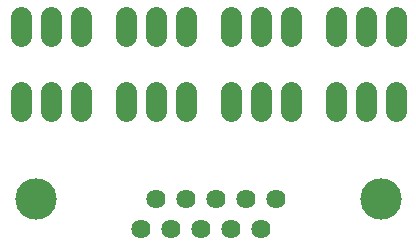
<source format=gts>
From 3f74740bec4e1e3a9e168d84ae314b1e76705b4f Mon Sep 17 00:00:00 2001
From: Nicolas Schodet
Date: Thu, 7 Apr 2011 02:48:09 +0200
Subject: digital: batchpcb order

---
 .../pcb/orders/batchpcb_2011-04-06/spoke-basic.GTS | 76 ++++++++++++++++++++++
 1 file changed, 76 insertions(+)
 create mode 100644 digital/io-hub/pcb/orders/batchpcb_2011-04-06/spoke-basic.GTS

(limited to 'digital/io-hub/pcb/orders/batchpcb_2011-04-06/spoke-basic.GTS')

diff --git a/digital/io-hub/pcb/orders/batchpcb_2011-04-06/spoke-basic.GTS b/digital/io-hub/pcb/orders/batchpcb_2011-04-06/spoke-basic.GTS
new file mode 100644
index 00000000..6f746ce9
--- /dev/null
+++ b/digital/io-hub/pcb/orders/batchpcb_2011-04-06/spoke-basic.GTS
@@ -0,0 +1,76 @@
+G75*
+G70*
+%OFA0B0*%
+%FSLAX24Y24*%
+%IPPOS*%
+%LPD*%
+%AMOC8*
+5,1,8,0,0,1.08239X$1,22.5*
+%
+%ADD10C,0.1379*%
+%ADD11C,0.0640*%
+%ADD12C,0.0714*%
+D10*
+X001901Y002274D03*
+X013401Y002274D03*
+D11*
+X009901Y002274D03*
+X008901Y002274D03*
+X007901Y002274D03*
+X006901Y002274D03*
+X005901Y002274D03*
+X005401Y001274D03*
+X006401Y001274D03*
+X007401Y001274D03*
+X008401Y001274D03*
+X009401Y001274D03*
+D12*
+X009401Y005207D02*
+X009401Y005841D01*
+X010401Y005841D02*
+X010401Y005207D01*
+X011901Y005207D02*
+X011901Y005841D01*
+X012901Y005841D02*
+X012901Y005207D01*
+X013901Y005207D02*
+X013901Y005841D01*
+X013901Y007707D02*
+X013901Y008341D01*
+X012901Y008341D02*
+X012901Y007707D01*
+X011901Y007707D02*
+X011901Y008341D01*
+X010401Y008341D02*
+X010401Y007707D01*
+X009401Y007707D02*
+X009401Y008341D01*
+X008401Y008341D02*
+X008401Y007707D01*
+X006901Y007707D02*
+X006901Y008341D01*
+X005901Y008341D02*
+X005901Y007707D01*
+X004901Y007707D02*
+X004901Y008341D01*
+X003401Y008341D02*
+X003401Y007707D01*
+X002401Y007707D02*
+X002401Y008341D01*
+X001401Y008341D02*
+X001401Y007707D01*
+X001401Y005841D02*
+X001401Y005207D01*
+X002401Y005207D02*
+X002401Y005841D01*
+X003401Y005841D02*
+X003401Y005207D01*
+X004901Y005207D02*
+X004901Y005841D01*
+X005901Y005841D02*
+X005901Y005207D01*
+X006901Y005207D02*
+X006901Y005841D01*
+X008401Y005841D02*
+X008401Y005207D01*
+M02*
-- 
cgit v1.2.3


</source>
